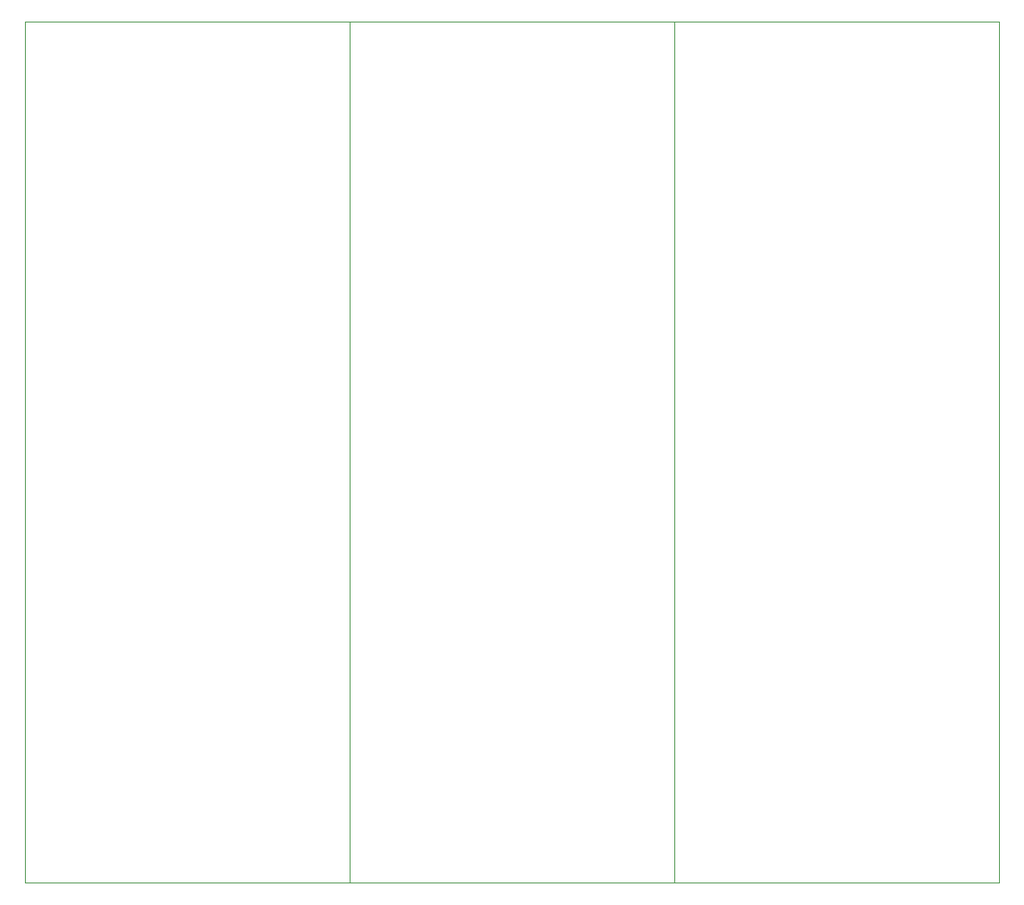
<source format=gbr>
%FSLAX34Y34*%
%MOMM*%
%LNOUTLINE*%
G71*
G01*
%ADD10C, 0.10*%
%LPD*%
G54D10*
X6350Y990600D02*
X336550Y990600D01*
X336550Y114300D01*
X6350Y114300D01*
X6350Y990600D01*
G54D10*
X336550Y990600D02*
X666750Y990600D01*
X666750Y114300D01*
X336550Y114300D01*
X336550Y990600D01*
G54D10*
X666750Y990600D02*
X996950Y990600D01*
X996950Y114300D01*
X666750Y114300D01*
X666750Y990600D01*
M02*

</source>
